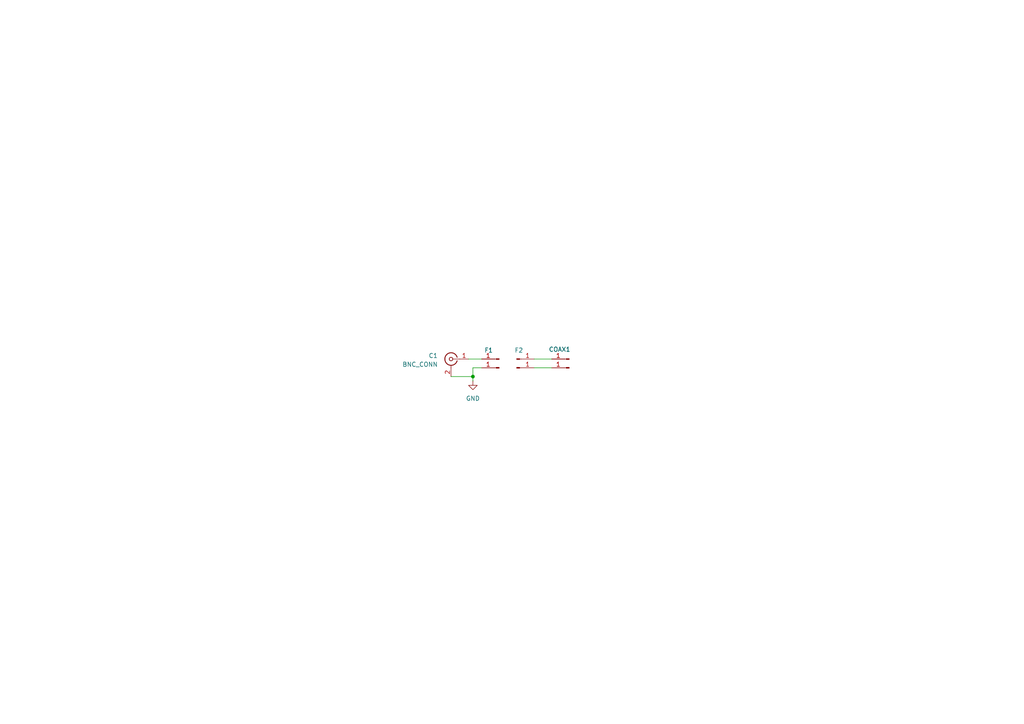
<source format=kicad_sch>
(kicad_sch (version 20250114) (generator "eeschema") (generator_version "9.0")
  (paper "A4")
  (lib_symbols
    (symbol "Connector:Conn_01x01_Pin" (pin_names (offset 1.016) (hide yes))
      (property "Reference" "J" (at 0 2.54 0))
      (property "Value" "Conn_01x01_Pin" (at 0 -2.54 0))
      (symbol "Conn_01x01_Pin_1_1"
        (rectangle (start 0.8636 0.127) (end 0 -0.127) (stroke (width 0.1524)) (fill (type outline)))
        (polyline (pts (xy 1.27 0) (xy 0.8636 0)) (stroke (width 0.1524)))
        (pin passive line (at 5.08 0 180) (length 3.81) (name "Pin_1") (number "1"))
      )
    )
    (symbol "Connector:Conn_Coaxial" (pin_names (offset 1.016) (hide yes))
      (property "Reference" "J" (at 0.254 3.048 0))
      (property "Value" "Conn_Coaxial" (at 2.921 0 90))
      (symbol "Conn_Coaxial_0_1"
        (polyline (pts (xy -2.54 0) (xy -0.508 0)))
        (arc (start 1.778 0) (mid 0.222 -1.8079) (end -1.778 -0.508) (stroke (width 0.254)))
        (arc (start -1.778 0.508) (mid 0.2221 1.8084) (end 1.778 0) (stroke (width 0.254)))
        (circle (center 0 0) (radius 0.508) (stroke (width 0.2032)))
        (polyline (pts (xy 0 -2.54) (xy 0 -1.778)))
      )
      (symbol "Conn_Coaxial_1_1"
        (pin passive line (at -5.08 0 0) (length 2.54) (name "In") (number "1"))
        (pin passive line (at 0 -5.08 90) (length 2.54) (name "Ext") (number "2"))
      )
    )
    (symbol "power:GND" (power) (pin_numbers (hide yes)) (pin_names (offset 0) (hide yes))
      (property "Value" "GND" (at 0 -3.81 0))
      (symbol "GND_0_1"
        (polyline (pts (xy 0 0) (xy 0 -1.27) (xy 1.27 -1.27) (xy 0 -2.54) (xy -1.27 -1.27) (xy 0 -1.27)))
      )
      (symbol "GND_1_1"
        (pin power_in line (at 0 0 270) (length 0) (name "~") (number "1"))
      )
    )
  )
  (junction (at 137.16 109.22))
  (wire (pts (xy 137.16 110.49) (xy 137.16 109.22)))
  (wire (pts (xy 137.16 106.68) (xy 137.16 109.22)))
  (wire (pts (xy 139.7 106.68) (xy 137.16 106.68)))
  (wire (pts (xy 135.89 104.14) (xy 139.7 104.14)))
  (wire (pts (xy 154.94 104.14) (xy 160.02 104.14)))
  (wire (pts (xy 154.94 106.68) (xy 160.02 106.68)))
  (wire (pts (xy 137.16 109.22) (xy 130.81 109.22)))
  (symbol (lib_id "Connector:Conn_01x01_Pin") (at 144.78 106.68 180) (unit 1)
    (property "Reference" "F1" (at 141.732 101.6 0))
    (property "Value" "Conn_01x01_Pin" (effects (hide yes)))
    (property "Footprint" "TestPoint:TestPoint_THTPad_2.5x2.5mm_Drill1.2mm" (effects (hide yes)))
    (property "Description" "Generic connector, single row, 01x01, script generated" (effects (hide yes)))
  )
  (symbol (lib_id "power:GND") (at 137.16 110.49 0) (unit 1)
    (property "Reference" "#PWR01" (effects (hide yes)))
    (property "Value" "GND" (at 137.16 115.57 0))
    (property "Description" "Power symbol creates a global label with name \"GND\" , ground" (effects (hide yes)))
  )
  (symbol (lib_id "Connector:Conn_01x01_Pin") (at 144.78 104.14 180) (unit 1)
    (property "Reference" "J1" (effects (hide yes)))
    (property "Value" "Conn_01x01_Pin" (effects (hide yes)))
    (property "Footprint" "TestPoint:TestPoint_THTPad_2.5x2.5mm_Drill1.2mm" (effects (hide yes)))
    (property "Description" "Generic connector, single row, 01x01, script generated" (effects (hide yes)))
  )
  (symbol (lib_id "Connector:Conn_Coaxial") (at 130.81 104.14 0) (mirror y) (unit 1)
    (property "Reference" "C1" (at 127 103.1631 0) (effects (justify left)))
    (property "Value" "BNC_CONN" (at 127 105.7031 0) (effects (justify left)))
    (property "Footprint" "Connector_Coaxial:BNC_Amphenol_B6252HB-NPP3G-50_Horizontal" (effects (hide yes)))
    (property "Description" "coaxial connector (BNC, SMA, SMB, SMC, Cinch/RCA, LEMO, ...)" (effects (hide yes)))
  )
  (symbol (lib_id "Connector:Conn_01x01_Pin") (at 149.86 106.68 0) (unit 1)
    (property "Reference" "J4" (effects (hide yes)))
    (property "Value" "Conn_01x01_Pin" (effects (hide yes)))
    (property "Footprint" "TestPoint:TestPoint_THTPad_2.5x2.5mm_Drill1.2mm" (effects (hide yes)))
    (property "Description" "Generic connector, single row, 01x01, script generated" (effects (hide yes)))
  )
  (symbol (lib_id "Connector:Conn_01x01_Pin") (at 149.86 104.14 0) (unit 1)
    (property "Reference" "F2" (at 150.495 101.6 0))
    (property "Value" "Conn_01x01_Pin" (effects (hide yes)))
    (property "Footprint" "TestPoint:TestPoint_THTPad_2.5x2.5mm_Drill1.2mm" (effects (hide yes)))
    (property "Description" "Generic connector, single row, 01x01, script generated" (effects (hide yes)))
  )
  (symbol (lib_id "Connector:Conn_01x01_Pin") (at 165.1 104.14 180) (unit 1)
    (property "Reference" "J6" (effects (hide yes)))
    (property "Value" "Conn_01x01_Pin" (effects (hide yes)))
    (property "Footprint" "TestPoint:TestPoint_THTPad_2.5x2.5mm_Drill1.2mm" (effects (hide yes)))
    (property "Description" "Generic connector, single row, 01x01, script generated" (effects (hide yes)))
  )
  (symbol (lib_id "Connector:Conn_01x01_Pin") (at 165.1 106.68 180) (unit 1)
    (property "Reference" "COAX1" (at 162.306 101.346 0))
    (property "Value" "Conn_01x01_Pin" (effects (hide yes)))
    (property "Footprint" "TestPoint:TestPoint_THTPad_2.5x2.5mm_Drill1.2mm" (effects (hide yes)))
    (property "Description" "Generic connector, single row, 01x01, script generated" (effects (hide yes)))
  )
)
</source>
